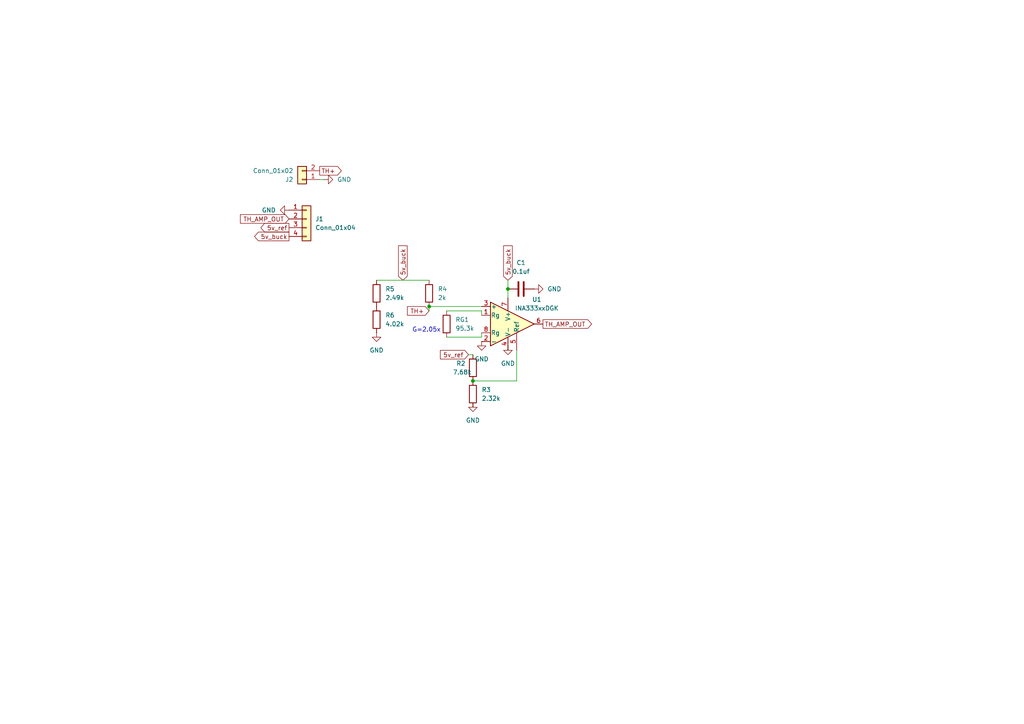
<source format=kicad_sch>
(kicad_sch (version 20250114) (generator "eeschema") (generator_version "9.0")
  (paper "A4")
  (lib_symbols
    (symbol "Amplifier_Instrumentation:INA333xxDGK" (pin_names (offset 0.127))
      (property "Reference" "U" (at 3.81 3.175 0))
      (property "Value" "INA333xxDGK" (at 3.81 -3.175 0))
      (symbol "INA333xxDGK_0_1"
        (polyline (pts (xy 7.62 0) (xy -5.08 6.35) (xy -5.08 -6.35) (xy 7.62 0)) (stroke (width 0.254)) (fill (type background)))
      )
      (symbol "INA333xxDGK_1_1"
        (pin input line (at -7.62 5.08 0) (length 2.54) (name "+") (number "3"))
        (pin passive line (at -7.62 2.54 0) (length 2.54) (name "Rg") (number "1"))
        (pin passive line (at -7.62 -2.54 0) (length 2.54) (name "Rg") (number "8"))
        (pin input line (at -7.62 -5.08 0) (length 2.54) (name "-") (number "2"))
        (pin power_in line (at 0 7.62 270) (length 3.81) (name "V+") (number "7"))
        (pin power_in line (at 0 -7.62 90) (length 3.81) (name "V-") (number "4"))
        (pin input line (at 2.54 -7.62 90) (length 5.08) (name "Ref") (number "5"))
        (pin output line (at 10.16 0 180) (length 2.54) (name "~") (number "6"))
      )
    )
    (symbol "Connector_Generic:Conn_01x02" (pin_names (offset 1.016) (hide yes))
      (property "Reference" "J" (at 0 2.54 0))
      (property "Value" "Conn_01x02" (at 0 -5.08 0))
      (symbol "Conn_01x02_1_1"
        (rectangle (start -1.27 1.27) (end 1.27 -3.81) (stroke (width 0.254)) (fill (type background)))
        (rectangle (start -1.27 0.127) (end 0 -0.127) (stroke (width 0.1524)))
        (rectangle (start -1.27 -2.413) (end 0 -2.667) (stroke (width 0.1524)))
        (pin passive line (at -5.08 0 0) (length 3.81) (name "Pin_1") (number "1"))
        (pin passive line (at -5.08 -2.54 0) (length 3.81) (name "Pin_2") (number "2"))
      )
    )
    (symbol "Connector_Generic:Conn_01x04" (pin_names (offset 1.016) (hide yes))
      (property "Reference" "J" (at 0 5.08 0))
      (property "Value" "Conn_01x04" (at 0 -7.62 0))
      (symbol "Conn_01x04_1_1"
        (rectangle (start -1.27 3.81) (end 1.27 -6.35) (stroke (width 0.254)) (fill (type background)))
        (rectangle (start -1.27 2.667) (end 0 2.413) (stroke (width 0.1524)))
        (rectangle (start -1.27 0.127) (end 0 -0.127) (stroke (width 0.1524)))
        (rectangle (start -1.27 -2.413) (end 0 -2.667) (stroke (width 0.1524)))
        (rectangle (start -1.27 -4.953) (end 0 -5.207) (stroke (width 0.1524)))
        (pin passive line (at -5.08 2.54 0) (length 3.81) (name "Pin_1") (number "1"))
        (pin passive line (at -5.08 0 0) (length 3.81) (name "Pin_2") (number "2"))
        (pin passive line (at -5.08 -2.54 0) (length 3.81) (name "Pin_3") (number "3"))
        (pin passive line (at -5.08 -5.08 0) (length 3.81) (name "Pin_4") (number "4"))
      )
    )
    (symbol "Device:C" (pin_numbers (hide yes)) (pin_names (offset 0.254))
      (property "Reference" "C" (at 0.635 2.54 0))
      (property "Value" "C" (at 0.635 -2.54 0))
      (symbol "C_0_1"
        (polyline (pts (xy -2.032 0.762) (xy 2.032 0.762)) (stroke (width 0.508)))
        (polyline (pts (xy -2.032 -0.762) (xy 2.032 -0.762)) (stroke (width 0.508)))
      )
      (symbol "C_1_1"
        (pin passive line (at 0 3.81 270) (length 2.794) (name "~") (number "1"))
        (pin passive line (at 0 -3.81 90) (length 2.794) (name "~") (number "2"))
      )
    )
    (symbol "Device:R" (pin_numbers (hide yes)) (pin_names (offset 0))
      (property "Reference" "R" (at 2.032 0 90))
      (property "Value" "R" (at 0 0 90))
      (symbol "R_0_1"
        (rectangle (start -1.016 -2.54) (end 1.016 2.54) (stroke (width 0.254)))
      )
      (symbol "R_1_1"
        (pin passive line (at 0 3.81 270) (length 1.27) (name "~") (number "1"))
        (pin passive line (at 0 -3.81 90) (length 1.27) (name "~") (number "2"))
      )
    )
    (symbol "power:GND" (power) (pin_numbers (hide yes)) (pin_names (offset 0) (hide yes))
      (property "Value" "GND" (at 0 -3.81 0))
      (symbol "GND_0_1"
        (polyline (pts (xy 0 0) (xy 0 -1.27) (xy 1.27 -1.27) (xy 0 -2.54) (xy -1.27 -1.27) (xy 0 -1.27)))
      )
      (symbol "GND_1_1"
        (pin power_in line (at 0 0 270) (length 0) (name "~") (number "1"))
      )
    )
  )
  (text "G=2.05x" (at 123.698 95.758 0) (effects (font (size 1.27 1.27))))
  (junction (at 137.16 110.49))
  (junction (at 124.46 88.9))
  (junction (at 147.32 83.82))
  (wire (pts (xy 137.16 116.84) (xy 137.16 118.11)))
  (wire (pts (xy 129.54 90.17) (xy 139.7 90.17)))
  (wire (pts (xy 147.32 83.82) (xy 147.32 86.36)))
  (wire (pts (xy 139.7 90.17) (xy 139.7 91.44)))
  (wire (pts (xy 147.32 100.33) (xy 147.32 101.6)))
  (wire (pts (xy 93.98 52.07) (xy 92.71 52.07)))
  (wire (pts (xy 149.86 101.6) (xy 149.86 110.49)))
  (wire (pts (xy 129.54 97.79) (xy 139.7 97.79)))
  (wire (pts (xy 124.46 88.9) (xy 139.7 88.9)))
  (wire (pts (xy 139.7 97.79) (xy 139.7 96.52)))
  (wire (pts (xy 147.32 81.28) (xy 147.32 83.82)))
  (wire (pts (xy 135.89 102.87) (xy 137.16 102.87)))
  (wire (pts (xy 124.46 90.17) (xy 124.46 88.9)))
  (wire (pts (xy 137.16 110.49) (xy 149.86 110.49)))
  (wire (pts (xy 109.22 81.28) (xy 124.46 81.28)))
  (global_label "5v_ref" (shape input) (at 135.89 102.87 180) (property "Intersheetrefs" "${INTERSHEET_REFS}" (effects (hide yes))))
  (global_label "5v_ref" (shape output) (at 83.82 66.04 180) (property "Intersheetrefs" "${INTERSHEET_REFS}" (effects (hide yes))))
  (global_label "5v_buck" (shape output) (at 83.82 68.58 180) (property "Intersheetrefs" "${INTERSHEET_REFS}" (effects (hide yes))))
  (global_label "5v_buck" (shape input) (at 147.32 81.28 90) (property "Intersheetrefs" "${INTERSHEET_REFS}" (effects (hide yes))))
  (global_label "TH_AMP_OUT" (shape input) (at 83.82 63.5 180) (property "Intersheetrefs" "${INTERSHEET_REFS}" (effects (hide yes))))
  (global_label "5v_buck" (shape input) (at 116.84 81.28 90) (property "Intersheetrefs" "${INTERSHEET_REFS}" (effects (hide yes))))
  (global_label "TH+" (shape input) (at 124.46 90.17 180) (property "Intersheetrefs" "${INTERSHEET_REFS}" (effects (hide yes))))
  (global_label "TH_AMP_OUT" (shape output) (at 157.48 93.98 0) (property "Intersheetrefs" "${INTERSHEET_REFS}" (effects (hide yes))))
  (global_label "TH+" (shape output) (at 92.71 49.53 0) (property "Intersheetrefs" "${INTERSHEET_REFS}" (effects (hide yes))))
  (symbol (lib_id "power:GND") (at 109.22 96.52 0) (unit 1)
    (property "Reference" "#PWR06" (effects (hide yes)))
    (property "Value" "GND" (at 109.22 101.6 0))
    (property "Description" "Power symbol creates a global label with name \"GND\" , ground" (effects (hide yes)))
  )
  (symbol (lib_id "Device:C") (at 151.13 83.82 90) (unit 1)
    (property "Reference" "C1" (at 151.13 76.2 90))
    (property "Value" "0.1uf" (at 151.13 78.74 90))
    (property "Footprint" "Capacitor_SMD:C_0402_1005Metric" (effects (hide yes)))
    (property "Description" "Unpolarized capacitor" (effects (hide yes)))
  )
  (symbol (lib_id "Device:R") (at 109.22 92.71 0) (unit 1)
    (property "Reference" "R6" (at 111.76 91.4399 0) (effects (justify left)))
    (property "Value" "4.02k" (at 111.76 93.9799 0) (effects (justify left)))
    (property "Footprint" "Resistor_SMD:R_0603_1608Metric" (effects (hide yes)))
    (property "Description" "Resistor" (effects (hide yes)))
  )
  (symbol (lib_id "Device:R") (at 129.54 93.98 0) (unit 1)
    (property "Reference" "RG1" (at 132.08 92.7099 0) (effects (justify left)))
    (property "Value" "95.3k" (at 132.08 95.2499 0) (effects (justify left)))
    (property "Footprint" "Resistor_SMD:R_0603_1608Metric" (effects (hide yes)))
    (property "Description" "Resistor" (effects (hide yes)))
  )
  (symbol (lib_id "power:GND") (at 93.98 52.07 90) (unit 1)
    (property "Reference" "#PWR01" (effects (hide yes)))
    (property "Value" "GND" (at 97.79 52.0699 90) (effects (justify right)))
    (property "Description" "Power symbol creates a global label with name \"GND\" , ground" (effects (hide yes)))
  )
  (symbol (lib_id "Device:R") (at 109.22 85.09 0) (unit 1)
    (property "Reference" "R5" (at 111.76 83.8199 0) (effects (justify left)))
    (property "Value" "2.49k" (at 111.76 86.3599 0) (effects (justify left)))
    (property "Footprint" "Resistor_SMD:R_0603_1608Metric" (effects (hide yes)))
    (property "Description" "Resistor" (effects (hide yes)))
  )
  (symbol (lib_id "power:GND") (at 147.32 100.33 0) (unit 1)
    (property "Reference" "#PWR02" (effects (hide yes)))
    (property "Value" "GND" (at 147.32 105.41 0))
    (property "Description" "Power symbol creates a global label with name \"GND\" , ground" (effects (hide yes)))
  )
  (symbol (lib_id "power:GND") (at 137.16 116.84 0) (unit 1)
    (property "Reference" "#PWR04" (effects (hide yes)))
    (property "Value" "GND" (at 137.16 121.92 0))
    (property "Description" "Power symbol creates a global label with name \"GND\" , ground" (effects (hide yes)))
  )
  (symbol (lib_id "Connector_Generic:Conn_01x04") (at 88.9 63.5 0) (unit 1)
    (property "Reference" "J1" (at 91.44 63.4999 0) (effects (justify left)))
    (property "Value" "Conn_01x04" (at 91.44 66.0399 0) (effects (justify left)))
    (property "Footprint" "Connector_JST:JST_PH_B4B-PH-SM4-TB_1x04-1MP_P2.00mm_Vertical" (effects (hide yes)))
    (property "Description" "Generic connector, single row, 01x04, script generated (kicad-library-utils/schlib/autogen/connector/)" (effects (hide yes)))
  )
  (symbol (lib_id "Device:R") (at 137.16 114.3 0) (unit 1)
    (property "Reference" "R3" (at 139.7 113.0299 0) (effects (justify left)))
    (property "Value" "2.32k" (at 139.7 115.5699 0) (effects (justify left)))
    (property "Footprint" "Resistor_SMD:R_0603_1608Metric" (effects (hide yes)))
    (property "Description" "Resistor" (effects (hide yes)))
  )
  (symbol (lib_id "power:GND") (at 139.7 99.06 0) (unit 1)
    (property "Reference" "#PWR05" (effects (hide yes)))
    (property "Value" "GND" (at 139.7 104.14 0))
    (property "Description" "Power symbol creates a global label with name \"GND\" , ground" (effects (hide yes)))
  )
  (symbol (lib_id "power:GND") (at 83.82 60.96 270) (unit 1)
    (property "Reference" "#PWR03" (effects (hide yes)))
    (property "Value" "GND" (at 80.01 60.9599 90) (effects (justify right)))
    (property "Description" "Power symbol creates a global label with name \"GND\" , ground" (effects (hide yes)))
  )
  (symbol (lib_id "Device:R") (at 124.46 85.09 0) (unit 1)
    (property "Reference" "R4" (at 127 83.8199 0) (effects (justify left)))
    (property "Value" "2k" (at 127 86.3599 0) (effects (justify left)))
    (property "Footprint" "Resistor_SMD:R_0603_1608Metric" (effects (hide yes)))
    (property "Description" "Resistor" (effects (hide yes)))
  )
  (symbol (lib_id "power:GND") (at 154.94 83.82 90) (unit 1)
    (property "Reference" "#PWR07" (effects (hide yes)))
    (property "Value" "GND" (at 158.75 83.8199 90) (effects (justify right)))
    (property "Description" "Power symbol creates a global label with name \"GND\" , ground" (effects (hide yes)))
  )
  (symbol (lib_id "Device:R") (at 137.16 106.68 0) (unit 1)
    (property "Reference" "R2" (at 132.334 105.41 0) (effects (justify left)))
    (property "Value" "7.68k" (at 131.318 107.95 0) (effects (justify left)))
    (property "Footprint" "Resistor_SMD:R_0603_1608Metric" (effects (hide yes)))
    (property "Description" "Resistor" (effects (hide yes)))
  )
  (symbol (lib_id "Amplifier_Instrumentation:INA333xxDGK") (at 147.32 93.98 0) (unit 1)
    (property "Reference" "U1" (at 155.702 86.868 0))
    (property "Value" "INA333xxDGK" (at 155.702 89.408 0))
    (property "Footprint" "Package_SO:VSSOP-8_3x3mm_P0.65mm" (effects (hide yes)))
    (property "Datasheet" "https://www.ti.com/lit/ds/symlink/ina333.pdf" (effects (hide yes)))
    (property "Description" "Zero Drift, Micropower Instrumentation Amplifier G = 1 + 100kOhm/Rg, VSSOP-8" (effects (hide yes)))
  )
  (symbol (lib_id "Connector_Generic:Conn_01x02") (at 87.63 52.07 180) (unit 1)
    (property "Reference" "J2" (at 85.09 52.0701 0) (effects (justify left)))
    (property "Value" "Conn_01x02" (at 85.09 49.5301 0) (effects (justify left)))
    (property "Footprint" "Connector_JST:JST_PH_B2B-PH-SM4-TB_1x02-1MP_P2.00mm_Vertical" (effects (hide yes)))
    (property "Description" "Generic connector, single row, 01x02, script generated (kicad-library-utils/schlib/autogen/connector/)" (effects (hide yes)))
  )
)
</source>
